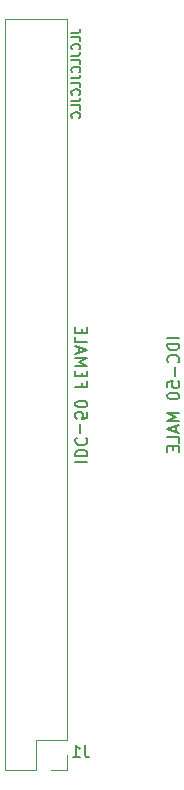
<source format=gbr>
%TF.GenerationSoftware,KiCad,Pcbnew,(5.1.8-0-10_14)*%
%TF.CreationDate,2021-06-08T16:32:41-06:00*%
%TF.ProjectId,scsi-50-flipper,73637369-2d35-4302-9d66-6c6970706572,rev?*%
%TF.SameCoordinates,Original*%
%TF.FileFunction,Legend,Bot*%
%TF.FilePolarity,Positive*%
%FSLAX46Y46*%
G04 Gerber Fmt 4.6, Leading zero omitted, Abs format (unit mm)*
G04 Created by KiCad (PCBNEW (5.1.8-0-10_14)) date 2021-06-08 16:32:41*
%MOMM*%
%LPD*%
G01*
G04 APERTURE LIST*
%ADD10C,0.150000*%
%ADD11C,0.120000*%
G04 APERTURE END LIST*
D10*
X124176285Y-68163714D02*
X124712000Y-68163714D01*
X124819142Y-68128000D01*
X124890571Y-68056571D01*
X124926285Y-67949428D01*
X124926285Y-67878000D01*
X124926285Y-68878000D02*
X124926285Y-68520857D01*
X124176285Y-68520857D01*
X124854857Y-69556571D02*
X124890571Y-69520857D01*
X124926285Y-69413714D01*
X124926285Y-69342285D01*
X124890571Y-69235142D01*
X124819142Y-69163714D01*
X124747714Y-69128000D01*
X124604857Y-69092285D01*
X124497714Y-69092285D01*
X124354857Y-69128000D01*
X124283428Y-69163714D01*
X124212000Y-69235142D01*
X124176285Y-69342285D01*
X124176285Y-69413714D01*
X124212000Y-69520857D01*
X124247714Y-69556571D01*
X124176285Y-70092285D02*
X124712000Y-70092285D01*
X124819142Y-70056571D01*
X124890571Y-69985142D01*
X124926285Y-69878000D01*
X124926285Y-69806571D01*
X124926285Y-70806571D02*
X124926285Y-70449428D01*
X124176285Y-70449428D01*
X124854857Y-71485142D02*
X124890571Y-71449428D01*
X124926285Y-71342285D01*
X124926285Y-71270857D01*
X124890571Y-71163714D01*
X124819142Y-71092285D01*
X124747714Y-71056571D01*
X124604857Y-71020857D01*
X124497714Y-71020857D01*
X124354857Y-71056571D01*
X124283428Y-71092285D01*
X124212000Y-71163714D01*
X124176285Y-71270857D01*
X124176285Y-71342285D01*
X124212000Y-71449428D01*
X124247714Y-71485142D01*
X124176285Y-72020857D02*
X124712000Y-72020857D01*
X124819142Y-71985142D01*
X124890571Y-71913714D01*
X124926285Y-71806571D01*
X124926285Y-71735142D01*
X124926285Y-72735142D02*
X124926285Y-72378000D01*
X124176285Y-72378000D01*
X124854857Y-73413714D02*
X124890571Y-73378000D01*
X124926285Y-73270857D01*
X124926285Y-73199428D01*
X124890571Y-73092285D01*
X124819142Y-73020857D01*
X124747714Y-72985142D01*
X124604857Y-72949428D01*
X124497714Y-72949428D01*
X124354857Y-72985142D01*
X124283428Y-73020857D01*
X124212000Y-73092285D01*
X124176285Y-73199428D01*
X124176285Y-73270857D01*
X124212000Y-73378000D01*
X124247714Y-73413714D01*
X124176285Y-73949428D02*
X124712000Y-73949428D01*
X124819142Y-73913714D01*
X124890571Y-73842285D01*
X124926285Y-73735142D01*
X124926285Y-73663714D01*
X124926285Y-74663714D02*
X124926285Y-74306571D01*
X124176285Y-74306571D01*
X124854857Y-75342285D02*
X124890571Y-75306571D01*
X124926285Y-75199428D01*
X124926285Y-75128000D01*
X124890571Y-75020857D01*
X124819142Y-74949428D01*
X124747714Y-74913714D01*
X124604857Y-74878000D01*
X124497714Y-74878000D01*
X124354857Y-74913714D01*
X124283428Y-74949428D01*
X124212000Y-75020857D01*
X124176285Y-75128000D01*
X124176285Y-75199428D01*
X124212000Y-75306571D01*
X124247714Y-75342285D01*
X133294380Y-93996476D02*
X132294380Y-93996476D01*
X133294380Y-94472666D02*
X132294380Y-94472666D01*
X132294380Y-94710761D01*
X132342000Y-94853619D01*
X132437238Y-94948857D01*
X132532476Y-94996476D01*
X132722952Y-95044095D01*
X132865809Y-95044095D01*
X133056285Y-94996476D01*
X133151523Y-94948857D01*
X133246761Y-94853619D01*
X133294380Y-94710761D01*
X133294380Y-94472666D01*
X133199142Y-96044095D02*
X133246761Y-95996476D01*
X133294380Y-95853619D01*
X133294380Y-95758380D01*
X133246761Y-95615523D01*
X133151523Y-95520285D01*
X133056285Y-95472666D01*
X132865809Y-95425047D01*
X132722952Y-95425047D01*
X132532476Y-95472666D01*
X132437238Y-95520285D01*
X132342000Y-95615523D01*
X132294380Y-95758380D01*
X132294380Y-95853619D01*
X132342000Y-95996476D01*
X132389619Y-96044095D01*
X132913428Y-96472666D02*
X132913428Y-97234571D01*
X132294380Y-98186952D02*
X132294380Y-97710761D01*
X132770571Y-97663142D01*
X132722952Y-97710761D01*
X132675333Y-97806000D01*
X132675333Y-98044095D01*
X132722952Y-98139333D01*
X132770571Y-98186952D01*
X132865809Y-98234571D01*
X133103904Y-98234571D01*
X133199142Y-98186952D01*
X133246761Y-98139333D01*
X133294380Y-98044095D01*
X133294380Y-97806000D01*
X133246761Y-97710761D01*
X133199142Y-97663142D01*
X132294380Y-98853619D02*
X132294380Y-98948857D01*
X132342000Y-99044095D01*
X132389619Y-99091714D01*
X132484857Y-99139333D01*
X132675333Y-99186952D01*
X132913428Y-99186952D01*
X133103904Y-99139333D01*
X133199142Y-99091714D01*
X133246761Y-99044095D01*
X133294380Y-98948857D01*
X133294380Y-98853619D01*
X133246761Y-98758380D01*
X133199142Y-98710761D01*
X133103904Y-98663142D01*
X132913428Y-98615523D01*
X132675333Y-98615523D01*
X132484857Y-98663142D01*
X132389619Y-98710761D01*
X132342000Y-98758380D01*
X132294380Y-98853619D01*
X133294380Y-100377428D02*
X132294380Y-100377428D01*
X133008666Y-100710761D01*
X132294380Y-101044095D01*
X133294380Y-101044095D01*
X133008666Y-101472666D02*
X133008666Y-101948857D01*
X133294380Y-101377428D02*
X132294380Y-101710761D01*
X133294380Y-102044095D01*
X133294380Y-102853619D02*
X133294380Y-102377428D01*
X132294380Y-102377428D01*
X132770571Y-103186952D02*
X132770571Y-103520285D01*
X133294380Y-103663142D02*
X133294380Y-103186952D01*
X132294380Y-103186952D01*
X132294380Y-103663142D01*
X124515619Y-104496476D02*
X125515619Y-104496476D01*
X124515619Y-104020285D02*
X125515619Y-104020285D01*
X125515619Y-103782190D01*
X125468000Y-103639333D01*
X125372761Y-103544095D01*
X125277523Y-103496476D01*
X125087047Y-103448857D01*
X124944190Y-103448857D01*
X124753714Y-103496476D01*
X124658476Y-103544095D01*
X124563238Y-103639333D01*
X124515619Y-103782190D01*
X124515619Y-104020285D01*
X124610857Y-102448857D02*
X124563238Y-102496476D01*
X124515619Y-102639333D01*
X124515619Y-102734571D01*
X124563238Y-102877428D01*
X124658476Y-102972666D01*
X124753714Y-103020285D01*
X124944190Y-103067904D01*
X125087047Y-103067904D01*
X125277523Y-103020285D01*
X125372761Y-102972666D01*
X125468000Y-102877428D01*
X125515619Y-102734571D01*
X125515619Y-102639333D01*
X125468000Y-102496476D01*
X125420380Y-102448857D01*
X124896571Y-102020285D02*
X124896571Y-101258380D01*
X125515619Y-100306000D02*
X125515619Y-100782190D01*
X125039428Y-100829809D01*
X125087047Y-100782190D01*
X125134666Y-100686952D01*
X125134666Y-100448857D01*
X125087047Y-100353619D01*
X125039428Y-100306000D01*
X124944190Y-100258380D01*
X124706095Y-100258380D01*
X124610857Y-100306000D01*
X124563238Y-100353619D01*
X124515619Y-100448857D01*
X124515619Y-100686952D01*
X124563238Y-100782190D01*
X124610857Y-100829809D01*
X125515619Y-99639333D02*
X125515619Y-99544095D01*
X125468000Y-99448857D01*
X125420380Y-99401238D01*
X125325142Y-99353619D01*
X125134666Y-99306000D01*
X124896571Y-99306000D01*
X124706095Y-99353619D01*
X124610857Y-99401238D01*
X124563238Y-99448857D01*
X124515619Y-99544095D01*
X124515619Y-99639333D01*
X124563238Y-99734571D01*
X124610857Y-99782190D01*
X124706095Y-99829809D01*
X124896571Y-99877428D01*
X125134666Y-99877428D01*
X125325142Y-99829809D01*
X125420380Y-99782190D01*
X125468000Y-99734571D01*
X125515619Y-99639333D01*
X125039428Y-97782190D02*
X125039428Y-98115523D01*
X124515619Y-98115523D02*
X125515619Y-98115523D01*
X125515619Y-97639333D01*
X125039428Y-97258380D02*
X125039428Y-96925047D01*
X124515619Y-96782190D02*
X124515619Y-97258380D01*
X125515619Y-97258380D01*
X125515619Y-96782190D01*
X124515619Y-96353619D02*
X125515619Y-96353619D01*
X124801333Y-96020285D01*
X125515619Y-95686952D01*
X124515619Y-95686952D01*
X124801333Y-95258380D02*
X124801333Y-94782190D01*
X124515619Y-95353619D02*
X125515619Y-95020285D01*
X124515619Y-94686952D01*
X124515619Y-93877428D02*
X124515619Y-94353619D01*
X125515619Y-94353619D01*
X125039428Y-93544095D02*
X125039428Y-93210761D01*
X124515619Y-93067904D02*
X124515619Y-93544095D01*
X125515619Y-93544095D01*
X125515619Y-93067904D01*
D11*
%TO.C,J1*%
X122428000Y-130616000D02*
X123758000Y-130616000D01*
X123758000Y-130616000D02*
X123758000Y-129286000D01*
X121158000Y-130616000D02*
X121158000Y-128016000D01*
X121158000Y-128016000D02*
X123758000Y-128016000D01*
X123758000Y-128016000D02*
X123758000Y-66996000D01*
X118558000Y-66996000D02*
X123758000Y-66996000D01*
X118558000Y-130616000D02*
X118558000Y-66996000D01*
X118558000Y-130616000D02*
X121158000Y-130616000D01*
D10*
X125301333Y-128484380D02*
X125301333Y-129198666D01*
X125348952Y-129341523D01*
X125444190Y-129436761D01*
X125587047Y-129484380D01*
X125682285Y-129484380D01*
X124301333Y-129484380D02*
X124872761Y-129484380D01*
X124587047Y-129484380D02*
X124587047Y-128484380D01*
X124682285Y-128627238D01*
X124777523Y-128722476D01*
X124872761Y-128770095D01*
%TD*%
M02*

</source>
